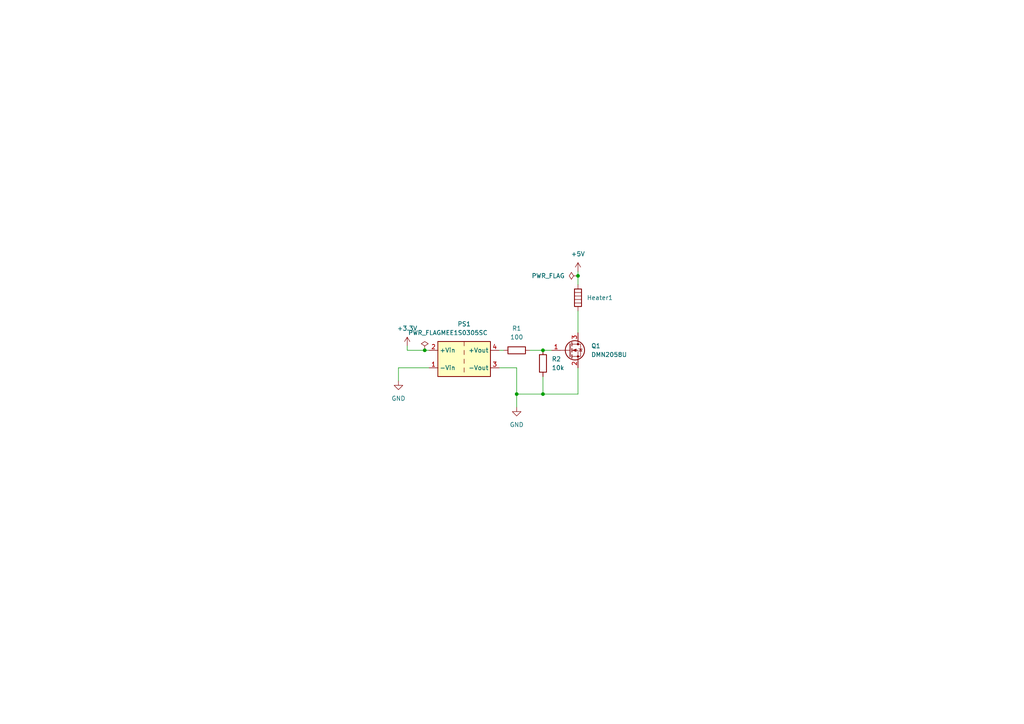
<source format=kicad_sch>
(kicad_sch (version 20211123) (generator eeschema)

  (uuid 349a485a-fd96-4998-84b9-c6ab84b27a55)

  (paper "A4")

  (lib_symbols
    (symbol "Converter_DCDC:MEE1S0305SC" (in_bom yes) (on_board yes)
      (property "Reference" "PS" (id 0) (at -7.62 6.35 0)
        (effects (font (size 1.27 1.27)) (justify left))
      )
      (property "Value" "MEE1S0305SC" (id 1) (at 1.27 6.35 0)
        (effects (font (size 1.27 1.27)) (justify left))
      )
      (property "Footprint" "Converter_DCDC:Converter_DCDC_Murata_MEE1SxxxxSC_THT" (id 2) (at -26.67 -6.35 0)
        (effects (font (size 1.27 1.27)) (justify left) hide)
      )
      (property "Datasheet" "https://power.murata.com/pub/data/power/ncl/kdc_mee1.pdf" (id 3) (at 26.67 -7.62 0)
        (effects (font (size 1.27 1.27)) (justify left) hide)
      )
      (property "ki_keywords" "murata DC/DC isolated converter" (id 4) (at 0 0 0)
        (effects (font (size 1.27 1.27)) hide)
      )
      (property "ki_description" "1W, 1000 VDC isolated DC/DC converter, 3V3 input, 5V output, SIP" (id 5) (at 0 0 0)
        (effects (font (size 1.27 1.27)) hide)
      )
      (property "ki_fp_filters" "Converter*DCDC*Murata*MEE1SxxxxSC*THT*" (id 6) (at 0 0 0)
        (effects (font (size 1.27 1.27)) hide)
      )
      (symbol "MEE1S0305SC_0_0"
        (pin power_in line (at -10.16 -2.54 0) (length 2.54)
          (name "-Vin" (effects (font (size 1.27 1.27))))
          (number "1" (effects (font (size 1.27 1.27))))
        )
        (pin power_in line (at -10.16 2.54 0) (length 2.54)
          (name "+Vin" (effects (font (size 1.27 1.27))))
          (number "2" (effects (font (size 1.27 1.27))))
        )
        (pin power_out line (at 10.16 -2.54 180) (length 2.54)
          (name "-Vout" (effects (font (size 1.27 1.27))))
          (number "3" (effects (font (size 1.27 1.27))))
        )
        (pin power_out line (at 10.16 2.54 180) (length 2.54)
          (name "+Vout" (effects (font (size 1.27 1.27))))
          (number "4" (effects (font (size 1.27 1.27))))
        )
      )
      (symbol "MEE1S0305SC_0_1"
        (rectangle (start -7.62 5.08) (end 7.62 -5.08)
          (stroke (width 0.254) (type default) (color 0 0 0 0))
          (fill (type background))
        )
        (polyline
          (pts
            (xy 0 -2.54)
            (xy 0 -3.81)
          )
          (stroke (width 0) (type default) (color 0 0 0 0))
          (fill (type none))
        )
        (polyline
          (pts
            (xy 0 0)
            (xy 0 -1.27)
          )
          (stroke (width 0) (type default) (color 0 0 0 0))
          (fill (type none))
        )
        (polyline
          (pts
            (xy 0 2.54)
            (xy 0 1.27)
          )
          (stroke (width 0) (type default) (color 0 0 0 0))
          (fill (type none))
        )
        (polyline
          (pts
            (xy 0 5.08)
            (xy 0 3.81)
          )
          (stroke (width 0) (type default) (color 0 0 0 0))
          (fill (type none))
        )
      )
    )
    (symbol "Device:Heater" (pin_numbers hide) (pin_names (offset 0)) (in_bom yes) (on_board yes)
      (property "Reference" "R" (id 0) (at 2.032 0 90)
        (effects (font (size 1.27 1.27)))
      )
      (property "Value" "Heater" (id 1) (at -2.032 0 90)
        (effects (font (size 1.27 1.27)))
      )
      (property "Footprint" "" (id 2) (at -1.778 0 90)
        (effects (font (size 1.27 1.27)) hide)
      )
      (property "Datasheet" "~" (id 3) (at 0 0 0)
        (effects (font (size 1.27 1.27)) hide)
      )
      (property "ki_keywords" "heater R resistor" (id 4) (at 0 0 0)
        (effects (font (size 1.27 1.27)) hide)
      )
      (property "ki_description" "Resistive heater" (id 5) (at 0 0 0)
        (effects (font (size 1.27 1.27)) hide)
      )
      (symbol "Heater_0_1"
        (rectangle (start -1.016 -2.54) (end 1.016 2.54)
          (stroke (width 0.254) (type default) (color 0 0 0 0))
          (fill (type none))
        )
        (polyline
          (pts
            (xy -1.016 1.524)
            (xy 1.016 1.524)
          )
          (stroke (width 0) (type default) (color 0 0 0 0))
          (fill (type none))
        )
        (polyline
          (pts
            (xy 1.016 -1.524)
            (xy -1.016 -1.524)
          )
          (stroke (width 0) (type default) (color 0 0 0 0))
          (fill (type none))
        )
        (polyline
          (pts
            (xy 1.016 -0.508)
            (xy -1.016 -0.508)
          )
          (stroke (width 0) (type default) (color 0 0 0 0))
          (fill (type none))
        )
        (polyline
          (pts
            (xy 1.016 0.508)
            (xy -1.016 0.508)
          )
          (stroke (width 0) (type default) (color 0 0 0 0))
          (fill (type none))
        )
      )
      (symbol "Heater_1_1"
        (pin passive line (at 0 3.81 270) (length 1.27)
          (name "~" (effects (font (size 1.27 1.27))))
          (number "1" (effects (font (size 1.27 1.27))))
        )
        (pin passive line (at 0 -3.81 90) (length 1.27)
          (name "~" (effects (font (size 1.27 1.27))))
          (number "2" (effects (font (size 1.27 1.27))))
        )
      )
    )
    (symbol "Device:R" (pin_numbers hide) (pin_names (offset 0)) (in_bom yes) (on_board yes)
      (property "Reference" "R" (id 0) (at 2.032 0 90)
        (effects (font (size 1.27 1.27)))
      )
      (property "Value" "R" (id 1) (at 0 0 90)
        (effects (font (size 1.27 1.27)))
      )
      (property "Footprint" "" (id 2) (at -1.778 0 90)
        (effects (font (size 1.27 1.27)) hide)
      )
      (property "Datasheet" "~" (id 3) (at 0 0 0)
        (effects (font (size 1.27 1.27)) hide)
      )
      (property "ki_keywords" "R res resistor" (id 4) (at 0 0 0)
        (effects (font (size 1.27 1.27)) hide)
      )
      (property "ki_description" "Resistor" (id 5) (at 0 0 0)
        (effects (font (size 1.27 1.27)) hide)
      )
      (property "ki_fp_filters" "R_*" (id 6) (at 0 0 0)
        (effects (font (size 1.27 1.27)) hide)
      )
      (symbol "R_0_1"
        (rectangle (start -1.016 -2.54) (end 1.016 2.54)
          (stroke (width 0.254) (type default) (color 0 0 0 0))
          (fill (type none))
        )
      )
      (symbol "R_1_1"
        (pin passive line (at 0 3.81 270) (length 1.27)
          (name "~" (effects (font (size 1.27 1.27))))
          (number "1" (effects (font (size 1.27 1.27))))
        )
        (pin passive line (at 0 -3.81 90) (length 1.27)
          (name "~" (effects (font (size 1.27 1.27))))
          (number "2" (effects (font (size 1.27 1.27))))
        )
      )
    )
    (symbol "Transistor_FET:DMN2058U" (pin_names hide) (in_bom yes) (on_board yes)
      (property "Reference" "Q" (id 0) (at 5.08 1.905 0)
        (effects (font (size 1.27 1.27)) (justify left))
      )
      (property "Value" "DMN2058U" (id 1) (at 5.08 0 0)
        (effects (font (size 1.27 1.27)) (justify left))
      )
      (property "Footprint" "Package_TO_SOT_SMD:SOT-23" (id 2) (at 5.08 -1.905 0)
        (effects (font (size 1.27 1.27) italic) (justify left) hide)
      )
      (property "Datasheet" "http://www.diodes.com/assets/Datasheets/DMN2058U.pdf" (id 3) (at 0 0 0)
        (effects (font (size 1.27 1.27)) (justify left) hide)
      )
      (property "ki_keywords" "N-Channel MOSFET" (id 4) (at 0 0 0)
        (effects (font (size 1.27 1.27)) hide)
      )
      (property "ki_description" "4.6A Id, 20V Vds, N-Channel MOSFET, SOT-23" (id 5) (at 0 0 0)
        (effects (font (size 1.27 1.27)) hide)
      )
      (property "ki_fp_filters" "SOT?23*" (id 6) (at 0 0 0)
        (effects (font (size 1.27 1.27)) hide)
      )
      (symbol "DMN2058U_0_1"
        (polyline
          (pts
            (xy 0.254 0)
            (xy -2.54 0)
          )
          (stroke (width 0) (type default) (color 0 0 0 0))
          (fill (type none))
        )
        (polyline
          (pts
            (xy 0.254 1.905)
            (xy 0.254 -1.905)
          )
          (stroke (width 0.254) (type default) (color 0 0 0 0))
          (fill (type none))
        )
        (polyline
          (pts
            (xy 0.762 -1.27)
            (xy 0.762 -2.286)
          )
          (stroke (width 0.254) (type default) (color 0 0 0 0))
          (fill (type none))
        )
        (polyline
          (pts
            (xy 0.762 0.508)
            (xy 0.762 -0.508)
          )
          (stroke (width 0.254) (type default) (color 0 0 0 0))
          (fill (type none))
        )
        (polyline
          (pts
            (xy 0.762 2.286)
            (xy 0.762 1.27)
          )
          (stroke (width 0.254) (type default) (color 0 0 0 0))
          (fill (type none))
        )
        (polyline
          (pts
            (xy 2.54 2.54)
            (xy 2.54 1.778)
          )
          (stroke (width 0) (type default) (color 0 0 0 0))
          (fill (type none))
        )
        (polyline
          (pts
            (xy 2.54 -2.54)
            (xy 2.54 0)
            (xy 0.762 0)
          )
          (stroke (width 0) (type default) (color 0 0 0 0))
          (fill (type none))
        )
        (polyline
          (pts
            (xy 0.762 -1.778)
            (xy 3.302 -1.778)
            (xy 3.302 1.778)
            (xy 0.762 1.778)
          )
          (stroke (width 0) (type default) (color 0 0 0 0))
          (fill (type none))
        )
        (polyline
          (pts
            (xy 1.016 0)
            (xy 2.032 0.381)
            (xy 2.032 -0.381)
            (xy 1.016 0)
          )
          (stroke (width 0) (type default) (color 0 0 0 0))
          (fill (type outline))
        )
        (polyline
          (pts
            (xy 2.794 0.508)
            (xy 2.921 0.381)
            (xy 3.683 0.381)
            (xy 3.81 0.254)
          )
          (stroke (width 0) (type default) (color 0 0 0 0))
          (fill (type none))
        )
        (polyline
          (pts
            (xy 3.302 0.381)
            (xy 2.921 -0.254)
            (xy 3.683 -0.254)
            (xy 3.302 0.381)
          )
          (stroke (width 0) (type default) (color 0 0 0 0))
          (fill (type none))
        )
        (circle (center 1.651 0) (radius 2.794)
          (stroke (width 0.254) (type default) (color 0 0 0 0))
          (fill (type none))
        )
        (circle (center 2.54 -1.778) (radius 0.254)
          (stroke (width 0) (type default) (color 0 0 0 0))
          (fill (type outline))
        )
        (circle (center 2.54 1.778) (radius 0.254)
          (stroke (width 0) (type default) (color 0 0 0 0))
          (fill (type outline))
        )
      )
      (symbol "DMN2058U_1_1"
        (pin input line (at -5.08 0 0) (length 2.54)
          (name "G" (effects (font (size 1.27 1.27))))
          (number "1" (effects (font (size 1.27 1.27))))
        )
        (pin passive line (at 2.54 -5.08 90) (length 2.54)
          (name "S" (effects (font (size 1.27 1.27))))
          (number "2" (effects (font (size 1.27 1.27))))
        )
        (pin passive line (at 2.54 5.08 270) (length 2.54)
          (name "D" (effects (font (size 1.27 1.27))))
          (number "3" (effects (font (size 1.27 1.27))))
        )
      )
    )
    (symbol "power:+3.3V" (power) (pin_names (offset 0)) (in_bom yes) (on_board yes)
      (property "Reference" "#PWR" (id 0) (at 0 -3.81 0)
        (effects (font (size 1.27 1.27)) hide)
      )
      (property "Value" "+3.3V" (id 1) (at 0 3.556 0)
        (effects (font (size 1.27 1.27)))
      )
      (property "Footprint" "" (id 2) (at 0 0 0)
        (effects (font (size 1.27 1.27)) hide)
      )
      (property "Datasheet" "" (id 3) (at 0 0 0)
        (effects (font (size 1.27 1.27)) hide)
      )
      (property "ki_keywords" "global power" (id 4) (at 0 0 0)
        (effects (font (size 1.27 1.27)) hide)
      )
      (property "ki_description" "Power symbol creates a global label with name \"+3.3V\"" (id 5) (at 0 0 0)
        (effects (font (size 1.27 1.27)) hide)
      )
      (symbol "+3.3V_0_1"
        (polyline
          (pts
            (xy -0.762 1.27)
            (xy 0 2.54)
          )
          (stroke (width 0) (type default) (color 0 0 0 0))
          (fill (type none))
        )
        (polyline
          (pts
            (xy 0 0)
            (xy 0 2.54)
          )
          (stroke (width 0) (type default) (color 0 0 0 0))
          (fill (type none))
        )
        (polyline
          (pts
            (xy 0 2.54)
            (xy 0.762 1.27)
          )
          (stroke (width 0) (type default) (color 0 0 0 0))
          (fill (type none))
        )
      )
      (symbol "+3.3V_1_1"
        (pin power_in line (at 0 0 90) (length 0) hide
          (name "+3.3V" (effects (font (size 1.27 1.27))))
          (number "1" (effects (font (size 1.27 1.27))))
        )
      )
    )
    (symbol "power:+5V" (power) (pin_names (offset 0)) (in_bom yes) (on_board yes)
      (property "Reference" "#PWR" (id 0) (at 0 -3.81 0)
        (effects (font (size 1.27 1.27)) hide)
      )
      (property "Value" "+5V" (id 1) (at 0 3.556 0)
        (effects (font (size 1.27 1.27)))
      )
      (property "Footprint" "" (id 2) (at 0 0 0)
        (effects (font (size 1.27 1.27)) hide)
      )
      (property "Datasheet" "" (id 3) (at 0 0 0)
        (effects (font (size 1.27 1.27)) hide)
      )
      (property "ki_keywords" "global power" (id 4) (at 0 0 0)
        (effects (font (size 1.27 1.27)) hide)
      )
      (property "ki_description" "Power symbol creates a global label with name \"+5V\"" (id 5) (at 0 0 0)
        (effects (font (size 1.27 1.27)) hide)
      )
      (symbol "+5V_0_1"
        (polyline
          (pts
            (xy -0.762 1.27)
            (xy 0 2.54)
          )
          (stroke (width 0) (type default) (color 0 0 0 0))
          (fill (type none))
        )
        (polyline
          (pts
            (xy 0 0)
            (xy 0 2.54)
          )
          (stroke (width 0) (type default) (color 0 0 0 0))
          (fill (type none))
        )
        (polyline
          (pts
            (xy 0 2.54)
            (xy 0.762 1.27)
          )
          (stroke (width 0) (type default) (color 0 0 0 0))
          (fill (type none))
        )
      )
      (symbol "+5V_1_1"
        (pin power_in line (at 0 0 90) (length 0) hide
          (name "+5V" (effects (font (size 1.27 1.27))))
          (number "1" (effects (font (size 1.27 1.27))))
        )
      )
    )
    (symbol "power:GND" (power) (pin_names (offset 0)) (in_bom yes) (on_board yes)
      (property "Reference" "#PWR" (id 0) (at 0 -6.35 0)
        (effects (font (size 1.27 1.27)) hide)
      )
      (property "Value" "GND" (id 1) (at 0 -3.81 0)
        (effects (font (size 1.27 1.27)))
      )
      (property "Footprint" "" (id 2) (at 0 0 0)
        (effects (font (size 1.27 1.27)) hide)
      )
      (property "Datasheet" "" (id 3) (at 0 0 0)
        (effects (font (size 1.27 1.27)) hide)
      )
      (property "ki_keywords" "global power" (id 4) (at 0 0 0)
        (effects (font (size 1.27 1.27)) hide)
      )
      (property "ki_description" "Power symbol creates a global label with name \"GND\" , ground" (id 5) (at 0 0 0)
        (effects (font (size 1.27 1.27)) hide)
      )
      (symbol "GND_0_1"
        (polyline
          (pts
            (xy 0 0)
            (xy 0 -1.27)
            (xy 1.27 -1.27)
            (xy 0 -2.54)
            (xy -1.27 -1.27)
            (xy 0 -1.27)
          )
          (stroke (width 0) (type default) (color 0 0 0 0))
          (fill (type none))
        )
      )
      (symbol "GND_1_1"
        (pin power_in line (at 0 0 270) (length 0) hide
          (name "GND" (effects (font (size 1.27 1.27))))
          (number "1" (effects (font (size 1.27 1.27))))
        )
      )
    )
    (symbol "power:PWR_FLAG" (power) (pin_numbers hide) (pin_names (offset 0) hide) (in_bom yes) (on_board yes)
      (property "Reference" "#FLG" (id 0) (at 0 1.905 0)
        (effects (font (size 1.27 1.27)) hide)
      )
      (property "Value" "PWR_FLAG" (id 1) (at 0 3.81 0)
        (effects (font (size 1.27 1.27)))
      )
      (property "Footprint" "" (id 2) (at 0 0 0)
        (effects (font (size 1.27 1.27)) hide)
      )
      (property "Datasheet" "~" (id 3) (at 0 0 0)
        (effects (font (size 1.27 1.27)) hide)
      )
      (property "ki_keywords" "flag power" (id 4) (at 0 0 0)
        (effects (font (size 1.27 1.27)) hide)
      )
      (property "ki_description" "Special symbol for telling ERC where power comes from" (id 5) (at 0 0 0)
        (effects (font (size 1.27 1.27)) hide)
      )
      (symbol "PWR_FLAG_0_0"
        (pin power_out line (at 0 0 90) (length 0)
          (name "pwr" (effects (font (size 1.27 1.27))))
          (number "1" (effects (font (size 1.27 1.27))))
        )
      )
      (symbol "PWR_FLAG_0_1"
        (polyline
          (pts
            (xy 0 0)
            (xy 0 1.27)
            (xy -1.016 1.905)
            (xy 0 2.54)
            (xy 1.016 1.905)
            (xy 0 1.27)
          )
          (stroke (width 0) (type default) (color 0 0 0 0))
          (fill (type none))
        )
      )
    )
  )

  (junction (at 157.48 101.6) (diameter 0) (color 0 0 0 0)
    (uuid 117e77a4-9d3a-4206-93dc-faeaa0822767)
  )
  (junction (at 149.86 114.3) (diameter 0) (color 0 0 0 0)
    (uuid 3d3222e3-8d95-4449-be39-212300e8e209)
  )
  (junction (at 123.19 101.6) (diameter 0) (color 0 0 0 0)
    (uuid aa057508-e004-42c6-8333-2bab65c5ffbc)
  )
  (junction (at 157.48 114.3) (diameter 0) (color 0 0 0 0)
    (uuid b66667ea-d6b7-43d5-b405-66b088631c42)
  )
  (junction (at 167.64 80.01) (diameter 0) (color 0 0 0 0)
    (uuid e96e80ef-7c09-42d8-83a8-db87a27fe0ef)
  )

  (wire (pts (xy 149.86 114.3) (xy 157.48 114.3))
    (stroke (width 0) (type default) (color 0 0 0 0))
    (uuid 04c09299-7583-4c85-9e30-6bdcc69558c6)
  )
  (wire (pts (xy 167.64 78.74) (xy 167.64 80.01))
    (stroke (width 0) (type default) (color 0 0 0 0))
    (uuid 0b166cd2-39c2-4ed0-b30d-30d980834fd1)
  )
  (wire (pts (xy 144.78 101.6) (xy 146.05 101.6))
    (stroke (width 0) (type default) (color 0 0 0 0))
    (uuid 19bc7a18-1698-4504-afad-e3e974144c53)
  )
  (wire (pts (xy 144.78 106.68) (xy 149.86 106.68))
    (stroke (width 0) (type default) (color 0 0 0 0))
    (uuid 2b85eac5-7af1-40ba-bcd8-90c803466ce2)
  )
  (wire (pts (xy 160.02 101.6) (xy 157.48 101.6))
    (stroke (width 0) (type default) (color 0 0 0 0))
    (uuid 2d7a2c7a-6a4c-4cb8-b192-d257d9448abc)
  )
  (wire (pts (xy 118.11 100.33) (xy 118.11 101.6))
    (stroke (width 0) (type default) (color 0 0 0 0))
    (uuid 52aada22-6a6d-45f1-b6f1-0f5d1a255a20)
  )
  (wire (pts (xy 149.86 118.11) (xy 149.86 114.3))
    (stroke (width 0) (type default) (color 0 0 0 0))
    (uuid 96953252-bfe0-4c1f-8cc3-5248c3ca25e3)
  )
  (wire (pts (xy 115.57 106.68) (xy 115.57 110.49))
    (stroke (width 0) (type default) (color 0 0 0 0))
    (uuid 9a0745a6-8ee0-46df-94c2-6eb421ecab9f)
  )
  (wire (pts (xy 167.64 114.3) (xy 167.64 106.68))
    (stroke (width 0) (type default) (color 0 0 0 0))
    (uuid 9a91443f-de18-40e5-9c8d-a68d14be3f2f)
  )
  (wire (pts (xy 157.48 101.6) (xy 153.67 101.6))
    (stroke (width 0) (type default) (color 0 0 0 0))
    (uuid 9e5f7c3b-ac44-4560-a965-00d996606953)
  )
  (wire (pts (xy 157.48 109.22) (xy 157.48 114.3))
    (stroke (width 0) (type default) (color 0 0 0 0))
    (uuid 9ffc9b42-1cfb-4f1e-9a2b-c7fa7c626bba)
  )
  (wire (pts (xy 149.86 106.68) (xy 149.86 114.3))
    (stroke (width 0) (type default) (color 0 0 0 0))
    (uuid b2e6109f-3a87-4900-a3a4-a012e649e697)
  )
  (wire (pts (xy 157.48 114.3) (xy 167.64 114.3))
    (stroke (width 0) (type default) (color 0 0 0 0))
    (uuid d03fdd21-506d-4e1f-80a4-13f42228d665)
  )
  (wire (pts (xy 124.46 106.68) (xy 115.57 106.68))
    (stroke (width 0) (type default) (color 0 0 0 0))
    (uuid db46cc8d-da4e-408b-8e8a-5de5a78884a4)
  )
  (wire (pts (xy 123.19 101.6) (xy 124.46 101.6))
    (stroke (width 0) (type default) (color 0 0 0 0))
    (uuid dd5263fc-0eb5-4694-a7af-38c2934ef36d)
  )
  (wire (pts (xy 167.64 80.01) (xy 167.64 82.55))
    (stroke (width 0) (type default) (color 0 0 0 0))
    (uuid deca0db5-0690-4f41-a70a-fa6e0dae9a98)
  )
  (wire (pts (xy 167.64 90.17) (xy 167.64 96.52))
    (stroke (width 0) (type default) (color 0 0 0 0))
    (uuid f54457a7-c36a-4957-aa0d-6d7dae44b4e5)
  )
  (wire (pts (xy 118.11 101.6) (xy 123.19 101.6))
    (stroke (width 0) (type default) (color 0 0 0 0))
    (uuid fc97654f-50ce-4f91-8198-67ec6f74adeb)
  )

  (symbol (lib_id "Converter_DCDC:MEE1S0305SC") (at 134.62 104.14 0) (unit 1)
    (in_bom yes) (on_board yes) (fields_autoplaced)
    (uuid 0d862584-2cb4-48c0-81a3-2b33ccdc982b)
    (property "Reference" "PS1" (id 0) (at 134.62 93.98 0))
    (property "Value" "MEE1S0305SC" (id 1) (at 134.62 96.52 0))
    (property "Footprint" "Converter_DCDC:Converter_DCDC_Murata_MEE1SxxxxSC_THT" (id 2) (at 107.95 110.49 0)
      (effects (font (size 1.27 1.27)) (justify left) hide)
    )
    (property "Datasheet" "https://power.murata.com/pub/data/power/ncl/kdc_mee1.pdf" (id 3) (at 161.29 111.76 0)
      (effects (font (size 1.27 1.27)) (justify left) hide)
    )
    (pin "1" (uuid f948fd60-c90e-473c-ac87-1bd3a153dd39))
    (pin "2" (uuid da43a55b-9cfe-4743-bf96-5a22397b721e))
    (pin "3" (uuid e7d0d496-bab3-4275-a119-4f8240867a8c))
    (pin "4" (uuid 942361e4-0895-4410-8109-d34c68d9f988))
  )

  (symbol (lib_id "power:PWR_FLAG") (at 123.19 101.6 0) (unit 1)
    (in_bom yes) (on_board yes) (fields_autoplaced)
    (uuid 150b9327-4c37-456f-ba5d-e7d95a287a84)
    (property "Reference" "#FLG0102" (id 0) (at 123.19 99.695 0)
      (effects (font (size 1.27 1.27)) hide)
    )
    (property "Value" "PWR_FLAG" (id 1) (at 123.19 96.52 0))
    (property "Footprint" "" (id 2) (at 123.19 101.6 0)
      (effects (font (size 1.27 1.27)) hide)
    )
    (property "Datasheet" "~" (id 3) (at 123.19 101.6 0)
      (effects (font (size 1.27 1.27)) hide)
    )
    (pin "1" (uuid f43e53e6-184d-4a8b-a71e-87ea6012a5a6))
  )

  (symbol (lib_id "power:+5V") (at 167.64 78.74 0) (unit 1)
    (in_bom yes) (on_board yes) (fields_autoplaced)
    (uuid 259fd323-9f70-462c-a4af-d09a91eb8dad)
    (property "Reference" "#PWR0104" (id 0) (at 167.64 82.55 0)
      (effects (font (size 1.27 1.27)) hide)
    )
    (property "Value" "+5V" (id 1) (at 167.64 73.66 0))
    (property "Footprint" "" (id 2) (at 167.64 78.74 0)
      (effects (font (size 1.27 1.27)) hide)
    )
    (property "Datasheet" "" (id 3) (at 167.64 78.74 0)
      (effects (font (size 1.27 1.27)) hide)
    )
    (pin "1" (uuid 56becfa4-e930-4535-ba9e-9f42c4a40b91))
  )

  (symbol (lib_id "Transistor_FET:DMN2058U") (at 165.1 101.6 0) (unit 1)
    (in_bom yes) (on_board yes) (fields_autoplaced)
    (uuid 713a732d-dc08-462d-b5ad-d6b7f0676372)
    (property "Reference" "Q1" (id 0) (at 171.45 100.3299 0)
      (effects (font (size 1.27 1.27)) (justify left))
    )
    (property "Value" "DMN2058U" (id 1) (at 171.45 102.8699 0)
      (effects (font (size 1.27 1.27)) (justify left))
    )
    (property "Footprint" "Package_TO_SOT_SMD:SOT-23" (id 2) (at 170.18 103.505 0)
      (effects (font (size 1.27 1.27) italic) (justify left) hide)
    )
    (property "Datasheet" "http://www.diodes.com/assets/Datasheets/DMN2058U.pdf" (id 3) (at 165.1 101.6 0)
      (effects (font (size 1.27 1.27)) (justify left) hide)
    )
    (pin "1" (uuid 4ea1a746-e460-4dfc-b7bd-950812fffccf))
    (pin "2" (uuid de9d91cd-f59c-4173-96bb-be5c0c515c97))
    (pin "3" (uuid 4102ae65-ca2d-4b6d-bca4-ad603e62305d))
  )

  (symbol (lib_id "power:GND") (at 149.86 118.11 0) (unit 1)
    (in_bom yes) (on_board yes) (fields_autoplaced)
    (uuid 79c36666-57ee-40d7-bc46-ded4310cfe96)
    (property "Reference" "#PWR0103" (id 0) (at 149.86 124.46 0)
      (effects (font (size 1.27 1.27)) hide)
    )
    (property "Value" "GND" (id 1) (at 149.86 123.19 0))
    (property "Footprint" "" (id 2) (at 149.86 118.11 0)
      (effects (font (size 1.27 1.27)) hide)
    )
    (property "Datasheet" "" (id 3) (at 149.86 118.11 0)
      (effects (font (size 1.27 1.27)) hide)
    )
    (pin "1" (uuid 99606ef7-a7fc-49cf-9f04-ae286af3a056))
  )

  (symbol (lib_id "Device:Heater") (at 167.64 86.36 0) (unit 1)
    (in_bom yes) (on_board yes) (fields_autoplaced)
    (uuid 79fe4ba5-e424-4f84-90af-efe78109c83f)
    (property "Reference" "Heater1" (id 0) (at 170.18 86.3599 0)
      (effects (font (size 1.27 1.27)) (justify left))
    )
    (property "Value" "Heater" (id 1) (at 170.18 87.6299 0)
      (effects (font (size 1.27 1.27)) (justify left) hide)
    )
    (property "Footprint" "Resistor_SMD:R_0805_2012Metric_Pad1.20x1.40mm_HandSolder" (id 2) (at 165.862 86.36 90)
      (effects (font (size 1.27 1.27)) hide)
    )
    (property "Datasheet" "~" (id 3) (at 167.64 86.36 0)
      (effects (font (size 1.27 1.27)) hide)
    )
    (pin "1" (uuid 843f5219-502b-4e8b-8e0a-bf8c39c00358))
    (pin "2" (uuid 66f530a3-9336-4b6f-8c17-a0c7e9a89bd7))
  )

  (symbol (lib_id "Device:R") (at 157.48 105.41 0) (unit 1)
    (in_bom yes) (on_board yes) (fields_autoplaced)
    (uuid 7fa9942d-4ccf-4e56-9d6a-4016b44074cc)
    (property "Reference" "R2" (id 0) (at 160.02 104.1399 0)
      (effects (font (size 1.27 1.27)) (justify left))
    )
    (property "Value" "10k" (id 1) (at 160.02 106.6799 0)
      (effects (font (size 1.27 1.27)) (justify left))
    )
    (property "Footprint" "Resistor_SMD:R_0805_2012Metric_Pad1.20x1.40mm_HandSolder" (id 2) (at 155.702 105.41 90)
      (effects (font (size 1.27 1.27)) hide)
    )
    (property "Datasheet" "~" (id 3) (at 157.48 105.41 0)
      (effects (font (size 1.27 1.27)) hide)
    )
    (pin "1" (uuid 55f7a77f-a8a1-4c79-ad85-a356c25dd37d))
    (pin "2" (uuid 05271d61-5470-4576-bea6-4147e96d4a82))
  )

  (symbol (lib_id "power:+3.3V") (at 118.11 100.33 0) (unit 1)
    (in_bom yes) (on_board yes) (fields_autoplaced)
    (uuid 86e44e5f-aa7d-4486-a14c-9e99a88fe356)
    (property "Reference" "#PWR0101" (id 0) (at 118.11 104.14 0)
      (effects (font (size 1.27 1.27)) hide)
    )
    (property "Value" "+3.3V" (id 1) (at 118.11 95.25 0))
    (property "Footprint" "" (id 2) (at 118.11 100.33 0)
      (effects (font (size 1.27 1.27)) hide)
    )
    (property "Datasheet" "" (id 3) (at 118.11 100.33 0)
      (effects (font (size 1.27 1.27)) hide)
    )
    (pin "1" (uuid bfc58168-553d-48ef-ad66-f097b425f188))
  )

  (symbol (lib_id "power:PWR_FLAG") (at 167.64 80.01 90) (unit 1)
    (in_bom yes) (on_board yes) (fields_autoplaced)
    (uuid a2ed9666-9b62-4b85-9a61-49b6f37669b2)
    (property "Reference" "#FLG0101" (id 0) (at 165.735 80.01 0)
      (effects (font (size 1.27 1.27)) hide)
    )
    (property "Value" "PWR_FLAG" (id 1) (at 163.83 80.0099 90)
      (effects (font (size 1.27 1.27)) (justify left))
    )
    (property "Footprint" "" (id 2) (at 167.64 80.01 0)
      (effects (font (size 1.27 1.27)) hide)
    )
    (property "Datasheet" "~" (id 3) (at 167.64 80.01 0)
      (effects (font (size 1.27 1.27)) hide)
    )
    (pin "1" (uuid f711537b-261e-4c30-9a91-76d6ed6dc9f0))
  )

  (symbol (lib_id "Device:R") (at 149.86 101.6 90) (unit 1)
    (in_bom yes) (on_board yes) (fields_autoplaced)
    (uuid a3d2c88b-7386-435a-a38f-af24134cf000)
    (property "Reference" "R1" (id 0) (at 149.86 95.25 90))
    (property "Value" "100" (id 1) (at 149.86 97.79 90))
    (property "Footprint" "Resistor_SMD:R_0805_2012Metric_Pad1.20x1.40mm_HandSolder" (id 2) (at 149.86 103.378 90)
      (effects (font (size 1.27 1.27)) hide)
    )
    (property "Datasheet" "~" (id 3) (at 149.86 101.6 0)
      (effects (font (size 1.27 1.27)) hide)
    )
    (pin "1" (uuid af3b9cf6-7472-487e-887a-3d84197e905b))
    (pin "2" (uuid 076793f5-545b-47cb-a44e-55b292dec78b))
  )

  (symbol (lib_id "power:GND") (at 115.57 110.49 0) (unit 1)
    (in_bom yes) (on_board yes) (fields_autoplaced)
    (uuid b1e55e12-0028-4072-89a2-0083432cf11e)
    (property "Reference" "#PWR0102" (id 0) (at 115.57 116.84 0)
      (effects (font (size 1.27 1.27)) hide)
    )
    (property "Value" "GND" (id 1) (at 115.57 115.57 0))
    (property "Footprint" "" (id 2) (at 115.57 110.49 0)
      (effects (font (size 1.27 1.27)) hide)
    )
    (property "Datasheet" "" (id 3) (at 115.57 110.49 0)
      (effects (font (size 1.27 1.27)) hide)
    )
    (pin "1" (uuid e654b345-e9b4-4c0b-bbf4-1f213c7250a2))
  )

  (sheet_instances
    (path "/" (page "1"))
  )

  (symbol_instances
    (path "/a2ed9666-9b62-4b85-9a61-49b6f37669b2"
      (reference "#FLG0101") (unit 1) (value "PWR_FLAG") (footprint "")
    )
    (path "/150b9327-4c37-456f-ba5d-e7d95a287a84"
      (reference "#FLG0102") (unit 1) (value "PWR_FLAG") (footprint "")
    )
    (path "/86e44e5f-aa7d-4486-a14c-9e99a88fe356"
      (reference "#PWR0101") (unit 1) (value "+3.3V") (footprint "")
    )
    (path "/b1e55e12-0028-4072-89a2-0083432cf11e"
      (reference "#PWR0102") (unit 1) (value "GND") (footprint "")
    )
    (path "/79c36666-57ee-40d7-bc46-ded4310cfe96"
      (reference "#PWR0103") (unit 1) (value "GND") (footprint "")
    )
    (path "/259fd323-9f70-462c-a4af-d09a91eb8dad"
      (reference "#PWR0104") (unit 1) (value "+5V") (footprint "")
    )
    (path "/79fe4ba5-e424-4f84-90af-efe78109c83f"
      (reference "Heater1") (unit 1) (value "Heater") (footprint "Resistor_SMD:R_0805_2012Metric_Pad1.20x1.40mm_HandSolder")
    )
    (path "/0d862584-2cb4-48c0-81a3-2b33ccdc982b"
      (reference "PS1") (unit 1) (value "MEE1S0305SC") (footprint "Converter_DCDC:Converter_DCDC_Murata_MEE1SxxxxSC_THT")
    )
    (path "/713a732d-dc08-462d-b5ad-d6b7f0676372"
      (reference "Q1") (unit 1) (value "DMN2058U") (footprint "Package_TO_SOT_SMD:SOT-23")
    )
    (path "/a3d2c88b-7386-435a-a38f-af24134cf000"
      (reference "R1") (unit 1) (value "100") (footprint "Resistor_SMD:R_0805_2012Metric_Pad1.20x1.40mm_HandSolder")
    )
    (path "/7fa9942d-4ccf-4e56-9d6a-4016b44074cc"
      (reference "R2") (unit 1) (value "10k") (footprint "Resistor_SMD:R_0805_2012Metric_Pad1.20x1.40mm_HandSolder")
    )
  )
)

</source>
